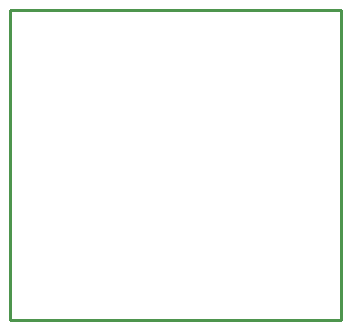
<source format=gm1>
G04*
G04 #@! TF.GenerationSoftware,Altium Limited,Altium Designer,23.8.1 (32)*
G04*
G04 Layer_Color=16711935*
%FSLAX44Y44*%
%MOMM*%
G71*
G04*
G04 #@! TF.SameCoordinates,1B5F89B6-7BB8-4E5E-95C9-E5C0E89CB8B5*
G04*
G04*
G04 #@! TF.FilePolarity,Positive*
G04*
G01*
G75*
%ADD11C,0.2540*%
D11*
X712500Y737500D02*
X992500D01*
Y1000000D01*
X987500D02*
X992500D01*
X837500D02*
X987500D01*
X712500Y737500D02*
Y1000000D01*
X837500D01*
M02*

</source>
